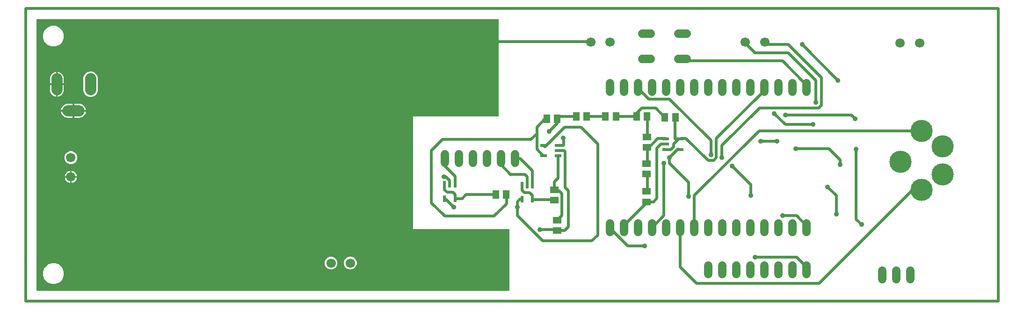
<source format=gbr>
G04 EAGLE Gerber RS-274X export*
G75*
%MOMM*%
%FSLAX34Y34*%
%LPD*%
%INBottom Copper*%
%IPPOS*%
%AMOC8*
5,1,8,0,0,1.08239X$1,22.5*%
G01*
%ADD10R,1.500000X1.300000*%
%ADD11R,1.300000X1.500000*%
%ADD12C,1.524000*%
%ADD13R,1.200000X0.550000*%
%ADD14C,2.000000*%
%ADD15R,0.550000X1.200000*%
%ADD16C,4.016000*%
%ADD17C,1.500000*%
%ADD18C,1.700000*%
%ADD19C,0.500000*%
%ADD20C,0.900000*%

G36*
X855020Y-758D02*
X855020Y-758D01*
X855039Y-760D01*
X855141Y-738D01*
X855243Y-722D01*
X855260Y-712D01*
X855280Y-708D01*
X855369Y-655D01*
X855460Y-606D01*
X855474Y-592D01*
X855491Y-582D01*
X855558Y-503D01*
X855630Y-428D01*
X855638Y-410D01*
X855651Y-395D01*
X855690Y-299D01*
X855733Y-205D01*
X855735Y-185D01*
X855743Y-167D01*
X855761Y0D01*
X855761Y110000D01*
X855758Y110020D01*
X855760Y110039D01*
X855738Y110141D01*
X855722Y110243D01*
X855712Y110260D01*
X855708Y110280D01*
X855655Y110369D01*
X855606Y110460D01*
X855592Y110474D01*
X855582Y110491D01*
X855503Y110558D01*
X855428Y110630D01*
X855410Y110638D01*
X855395Y110651D01*
X855299Y110690D01*
X855205Y110733D01*
X855185Y110735D01*
X855167Y110743D01*
X855000Y110761D01*
X680761Y110761D01*
X680761Y314239D01*
X835000Y314239D01*
X835020Y314242D01*
X835039Y314240D01*
X835141Y314262D01*
X835243Y314279D01*
X835260Y314288D01*
X835280Y314292D01*
X835369Y314345D01*
X835460Y314394D01*
X835474Y314408D01*
X835491Y314418D01*
X835558Y314497D01*
X835630Y314572D01*
X835638Y314590D01*
X835651Y314605D01*
X835690Y314701D01*
X835733Y314795D01*
X835735Y314815D01*
X835743Y314833D01*
X835761Y315000D01*
X835761Y490000D01*
X835758Y490020D01*
X835760Y490039D01*
X835738Y490141D01*
X835722Y490243D01*
X835712Y490260D01*
X835708Y490280D01*
X835655Y490369D01*
X835606Y490460D01*
X835592Y490474D01*
X835582Y490491D01*
X835503Y490558D01*
X835428Y490630D01*
X835410Y490638D01*
X835395Y490651D01*
X835299Y490690D01*
X835205Y490733D01*
X835185Y490735D01*
X835167Y490743D01*
X835000Y490761D01*
X0Y490761D01*
X-20Y490758D01*
X-39Y490760D01*
X-141Y490738D01*
X-243Y490722D01*
X-260Y490712D01*
X-280Y490708D01*
X-369Y490655D01*
X-460Y490606D01*
X-474Y490592D01*
X-491Y490582D01*
X-558Y490503D01*
X-630Y490428D01*
X-638Y490410D01*
X-651Y490395D01*
X-690Y490299D01*
X-733Y490205D01*
X-735Y490185D01*
X-743Y490167D01*
X-761Y490000D01*
X-761Y0D01*
X-758Y-20D01*
X-760Y-39D01*
X-738Y-141D01*
X-722Y-243D01*
X-712Y-260D01*
X-708Y-280D01*
X-655Y-369D01*
X-606Y-460D01*
X-592Y-474D01*
X-582Y-491D01*
X-503Y-558D01*
X-428Y-630D01*
X-410Y-638D01*
X-395Y-651D01*
X-299Y-690D01*
X-205Y-733D01*
X-185Y-735D01*
X-167Y-743D01*
X0Y-761D01*
X855000Y-761D01*
X855020Y-758D01*
G37*
%LPC*%
G36*
X26266Y441229D02*
X26266Y441229D01*
X19367Y444087D01*
X14087Y449367D01*
X11229Y456266D01*
X11229Y463734D01*
X14087Y470633D01*
X19367Y475913D01*
X26266Y478771D01*
X33734Y478771D01*
X40633Y475913D01*
X45913Y470633D01*
X48771Y463734D01*
X48771Y456266D01*
X45913Y449367D01*
X40633Y444087D01*
X33734Y441229D01*
X26266Y441229D01*
G37*
%LPD*%
%LPC*%
G36*
X26266Y11229D02*
X26266Y11229D01*
X19367Y14087D01*
X14087Y19367D01*
X11229Y26266D01*
X11229Y33734D01*
X14087Y40633D01*
X19367Y45913D01*
X26266Y48771D01*
X33734Y48771D01*
X40633Y45913D01*
X45913Y40633D01*
X48771Y33734D01*
X48771Y26266D01*
X45913Y19367D01*
X40633Y14087D01*
X33734Y11229D01*
X26266Y11229D01*
G37*
%LPD*%
%LPC*%
G36*
X94714Y349899D02*
X94714Y349899D01*
X89936Y351879D01*
X86279Y355536D01*
X84299Y360314D01*
X84299Y385486D01*
X86279Y390264D01*
X89936Y393921D01*
X94714Y395901D01*
X99886Y395901D01*
X104664Y393921D01*
X108321Y390264D01*
X110301Y385486D01*
X110301Y360314D01*
X108321Y355536D01*
X104664Y351879D01*
X99886Y349899D01*
X94714Y349899D01*
G37*
%LPD*%
%LPC*%
G36*
X59314Y228577D02*
X59314Y228577D01*
X55087Y230328D01*
X51852Y233563D01*
X50101Y237790D01*
X50101Y242366D01*
X51852Y246593D01*
X55087Y249828D01*
X59314Y251579D01*
X63890Y251579D01*
X68117Y249828D01*
X71352Y246593D01*
X73103Y242366D01*
X73103Y237790D01*
X71352Y233563D01*
X68117Y230328D01*
X63890Y228577D01*
X59314Y228577D01*
G37*
%LPD*%
%LPC*%
G36*
X565212Y37499D02*
X565212Y37499D01*
X560985Y39250D01*
X557750Y42485D01*
X555999Y46712D01*
X555999Y51288D01*
X557750Y55515D01*
X560985Y58750D01*
X565212Y60501D01*
X569788Y60501D01*
X574015Y58750D01*
X577250Y55515D01*
X579001Y51288D01*
X579001Y46712D01*
X577250Y42485D01*
X574015Y39250D01*
X569788Y37499D01*
X565212Y37499D01*
G37*
%LPD*%
%LPC*%
G36*
X530212Y37499D02*
X530212Y37499D01*
X525985Y39250D01*
X522750Y42485D01*
X520999Y46712D01*
X520999Y51288D01*
X522750Y55515D01*
X525985Y58750D01*
X530212Y60501D01*
X534788Y60501D01*
X539015Y58750D01*
X542250Y55515D01*
X544001Y51288D01*
X544001Y46712D01*
X542250Y42485D01*
X539015Y39250D01*
X534788Y37499D01*
X530212Y37499D01*
G37*
%LPD*%
%LPC*%
G36*
X37823Y374423D02*
X37823Y374423D01*
X37823Y395356D01*
X39237Y395132D01*
X41114Y394522D01*
X42873Y393626D01*
X44470Y392466D01*
X45866Y391070D01*
X47026Y389473D01*
X47922Y387714D01*
X48532Y385837D01*
X48841Y383887D01*
X48841Y374423D01*
X37823Y374423D01*
G37*
%LPD*%
%LPC*%
G36*
X67823Y326423D02*
X67823Y326423D01*
X67823Y337441D01*
X77287Y337441D01*
X79237Y337132D01*
X81114Y336522D01*
X82873Y335626D01*
X84470Y334466D01*
X85866Y333070D01*
X87026Y331473D01*
X87922Y329714D01*
X88532Y327837D01*
X88756Y326423D01*
X67823Y326423D01*
G37*
%LPD*%
%LPC*%
G36*
X37823Y371377D02*
X37823Y371377D01*
X48841Y371377D01*
X48841Y361913D01*
X48532Y359963D01*
X47922Y358086D01*
X47026Y356327D01*
X45866Y354730D01*
X44470Y353334D01*
X42873Y352174D01*
X41114Y351278D01*
X39237Y350668D01*
X37823Y350444D01*
X37823Y371377D01*
G37*
%LPD*%
%LPC*%
G36*
X43844Y326423D02*
X43844Y326423D01*
X44068Y327837D01*
X44678Y329714D01*
X45574Y331473D01*
X46734Y333070D01*
X48130Y334466D01*
X49727Y335626D01*
X51486Y336522D01*
X53363Y337132D01*
X55313Y337441D01*
X64777Y337441D01*
X64777Y326423D01*
X43844Y326423D01*
G37*
%LPD*%
%LPC*%
G36*
X23759Y374423D02*
X23759Y374423D01*
X23759Y383887D01*
X24068Y385837D01*
X24678Y387714D01*
X25574Y389473D01*
X26734Y391070D01*
X28130Y392466D01*
X29727Y393626D01*
X31486Y394522D01*
X33363Y395132D01*
X34777Y395356D01*
X34777Y374423D01*
X23759Y374423D01*
G37*
%LPD*%
%LPC*%
G36*
X67823Y312359D02*
X67823Y312359D01*
X67823Y323377D01*
X88756Y323377D01*
X88532Y321963D01*
X87922Y320086D01*
X87026Y318327D01*
X85866Y316730D01*
X84470Y315334D01*
X82873Y314174D01*
X81114Y313278D01*
X79237Y312668D01*
X77287Y312359D01*
X67823Y312359D01*
G37*
%LPD*%
%LPC*%
G36*
X33363Y350668D02*
X33363Y350668D01*
X31486Y351278D01*
X29727Y352174D01*
X28130Y353334D01*
X26734Y354730D01*
X25574Y356327D01*
X24678Y358086D01*
X24068Y359963D01*
X23759Y361913D01*
X23759Y371377D01*
X34777Y371377D01*
X34777Y350444D01*
X33363Y350668D01*
G37*
%LPD*%
%LPC*%
G36*
X55313Y312359D02*
X55313Y312359D01*
X53363Y312668D01*
X51486Y313278D01*
X49727Y314174D01*
X48130Y315334D01*
X46734Y316730D01*
X45574Y318327D01*
X44678Y320086D01*
X44068Y321963D01*
X43844Y323377D01*
X64777Y323377D01*
X64777Y312359D01*
X55313Y312359D01*
G37*
%LPD*%
%LPC*%
G36*
X63125Y206601D02*
X63125Y206601D01*
X63125Y216015D01*
X64187Y215847D01*
X65840Y215310D01*
X67389Y214521D01*
X68795Y213499D01*
X70023Y212271D01*
X71045Y210865D01*
X71834Y209316D01*
X72371Y207663D01*
X72539Y206601D01*
X63125Y206601D01*
G37*
%LPD*%
%LPC*%
G36*
X50665Y206601D02*
X50665Y206601D01*
X50833Y207663D01*
X51370Y209316D01*
X52159Y210865D01*
X53181Y212271D01*
X54409Y213499D01*
X55815Y214521D01*
X57364Y215310D01*
X59017Y215847D01*
X60079Y216015D01*
X60079Y206601D01*
X50665Y206601D01*
G37*
%LPD*%
%LPC*%
G36*
X63125Y203555D02*
X63125Y203555D01*
X72539Y203555D01*
X72371Y202493D01*
X71834Y200840D01*
X71045Y199291D01*
X70023Y197885D01*
X68795Y196657D01*
X67389Y195635D01*
X65840Y194846D01*
X64187Y194309D01*
X63125Y194141D01*
X63125Y203555D01*
G37*
%LPD*%
%LPC*%
G36*
X59017Y194309D02*
X59017Y194309D01*
X57364Y194846D01*
X55815Y195635D01*
X54409Y196657D01*
X53181Y197885D01*
X52159Y199291D01*
X51370Y200840D01*
X50833Y202493D01*
X50665Y203555D01*
X60079Y203555D01*
X60079Y194141D01*
X59017Y194309D01*
G37*
%LPD*%
%LPC*%
G36*
X36299Y372899D02*
X36299Y372899D01*
X36299Y372901D01*
X36301Y372901D01*
X36301Y372899D01*
X36299Y372899D01*
G37*
%LPD*%
%LPC*%
G36*
X66299Y324899D02*
X66299Y324899D01*
X66299Y324901D01*
X66301Y324901D01*
X66301Y324899D01*
X66299Y324899D01*
G37*
%LPD*%
%LPC*%
G36*
X61601Y205077D02*
X61601Y205077D01*
X61601Y205079D01*
X61603Y205079D01*
X61603Y205077D01*
X61601Y205077D01*
G37*
%LPD*%
D10*
X1103200Y178950D03*
X1103200Y159950D03*
X1103200Y229100D03*
X1103200Y210100D03*
D11*
X1136900Y313200D03*
X1155900Y313200D03*
D12*
X738150Y246094D02*
X738150Y230854D01*
X763550Y230854D02*
X763550Y246094D01*
X788950Y246094D02*
X788950Y230854D01*
X814350Y230854D02*
X814350Y246094D01*
X839750Y246094D02*
X839750Y230854D01*
X865150Y230854D02*
X865150Y246094D01*
D13*
X1138390Y254940D03*
X1138390Y264440D03*
X1138390Y273940D03*
X1164390Y273940D03*
X1164390Y254940D03*
D14*
X97300Y362900D02*
X97300Y382900D01*
X36300Y382900D02*
X36300Y362900D01*
X56300Y324900D02*
X76300Y324900D01*
D11*
X1085600Y314300D03*
X1104600Y314300D03*
X1029100Y314300D03*
X1048100Y314300D03*
D10*
X1104300Y277400D03*
X1104300Y258400D03*
D11*
X976100Y314300D03*
X995100Y314300D03*
D15*
X877900Y190400D03*
X887400Y190400D03*
X896900Y190400D03*
X896900Y164400D03*
X877900Y164400D03*
X737900Y192000D03*
X747400Y192000D03*
X756900Y192000D03*
X756900Y166000D03*
X737900Y166000D03*
D13*
X943600Y262100D03*
X943600Y252600D03*
X943600Y243100D03*
X917600Y243100D03*
X917600Y262100D03*
D10*
X936800Y182100D03*
X936800Y163100D03*
D11*
X849670Y172860D03*
X830670Y172860D03*
D10*
X941600Y107900D03*
X941600Y126900D03*
D11*
X942100Y310800D03*
X923100Y310800D03*
D16*
X1563600Y232460D03*
X1601400Y182110D03*
X1601400Y288810D03*
X1639400Y210060D03*
X1639400Y260860D03*
D12*
X1393056Y44480D02*
X1393056Y29240D01*
X1367656Y29240D02*
X1367656Y44480D01*
X1342256Y44480D02*
X1342256Y29240D01*
X1316856Y29240D02*
X1316856Y44480D01*
X1291456Y44480D02*
X1291456Y29240D01*
X1266056Y29240D02*
X1266056Y44480D01*
X1240656Y44480D02*
X1240656Y29240D01*
X1215256Y29240D02*
X1215256Y44480D01*
D17*
X1037600Y105500D02*
X1037600Y120500D01*
X1063000Y120500D02*
X1063000Y105500D01*
X1088400Y105500D02*
X1088400Y120500D01*
X1113800Y120500D02*
X1113800Y105500D01*
X1139200Y105500D02*
X1139200Y120500D01*
X1164600Y120500D02*
X1164600Y105500D01*
X1190000Y105500D02*
X1190000Y120500D01*
X1215400Y120500D02*
X1215400Y105500D01*
X1240800Y105500D02*
X1240800Y120500D01*
X1266200Y120500D02*
X1266200Y105500D01*
X1291600Y105500D02*
X1291600Y120500D01*
X1317000Y120500D02*
X1317000Y105500D01*
X1342400Y105500D02*
X1342400Y120500D01*
X1367800Y120500D02*
X1367800Y105500D01*
X1393200Y105500D02*
X1393200Y120500D01*
X1037600Y359500D02*
X1037600Y374500D01*
X1063000Y374500D02*
X1063000Y359500D01*
X1088400Y359500D02*
X1088400Y374500D01*
X1113800Y374500D02*
X1113800Y359500D01*
X1139200Y359500D02*
X1139200Y374500D01*
X1164600Y374500D02*
X1164600Y359500D01*
X1190000Y359500D02*
X1190000Y374500D01*
X1215400Y374500D02*
X1215400Y359500D01*
X1240800Y359500D02*
X1240800Y374500D01*
X1266200Y374500D02*
X1266200Y359500D01*
X1291600Y359500D02*
X1291600Y374500D01*
X1317000Y374500D02*
X1317000Y359500D01*
X1342400Y359500D02*
X1342400Y374500D01*
X1367800Y374500D02*
X1367800Y359500D01*
X1393200Y359500D02*
X1393200Y374500D01*
D18*
X532500Y49000D03*
X567500Y49000D03*
X1282500Y449000D03*
X1317500Y449000D03*
D12*
X1110948Y464186D02*
X1095708Y464186D01*
X1095708Y418974D02*
X1110948Y418974D01*
X1160732Y464186D02*
X1175972Y464186D01*
X1175972Y418974D02*
X1160732Y418974D01*
D18*
X1002500Y449000D03*
X1037500Y449000D03*
X61602Y205078D03*
X61602Y240078D03*
X1562510Y447950D03*
X1597510Y447950D03*
D12*
X1529980Y35610D02*
X1529980Y20370D01*
X1555380Y20370D02*
X1555380Y35610D01*
X1580780Y35610D02*
X1580780Y20370D01*
D19*
X1155900Y313200D02*
X1154690Y311990D01*
X1154690Y273940D01*
X1164390Y273940D01*
X1138390Y254940D02*
X1135000Y255000D01*
X1165000Y275000D02*
X1175000Y275000D01*
X1215000Y235000D01*
X1225000Y235000D01*
X1230000Y240000D01*
X1230000Y275000D01*
X1320000Y365000D01*
X1165000Y275000D02*
X1164390Y273940D01*
X1317000Y367000D02*
X1320000Y365000D01*
X1147700Y254940D02*
X1138390Y254940D01*
X1152350Y259590D02*
X1152350Y264570D01*
X1161720Y273940D01*
X1164390Y273940D01*
X1152350Y259590D02*
X1147700Y254940D01*
X896900Y216636D02*
X896900Y190400D01*
X875062Y238474D02*
X865150Y238474D01*
X875062Y238474D02*
X896900Y216636D01*
X897032Y164238D02*
X935722Y164238D01*
X897032Y164268D02*
X896900Y164400D01*
X935722Y164238D02*
X936800Y163100D01*
X877900Y181026D02*
X877900Y190400D01*
X877900Y181026D02*
X882142Y176784D01*
X891794Y176784D01*
X897032Y171546D01*
X897032Y164268D01*
X897032Y164238D01*
X945000Y315000D02*
X975000Y315000D01*
X945000Y315000D02*
X942100Y310800D01*
X975000Y315000D02*
X976100Y314300D01*
X952726Y262100D02*
X943600Y262100D01*
X952726Y262100D02*
X954024Y263398D01*
X954024Y274828D01*
X952754Y276098D01*
D20*
X952754Y276098D03*
X927608Y287274D03*
D19*
X942100Y301766D01*
X942100Y310800D01*
X1000000Y315000D02*
X1025000Y315000D01*
X1000000Y315000D02*
X995100Y314300D01*
X1025000Y315000D02*
X1029100Y314300D01*
X1080000Y315000D02*
X1085000Y315000D01*
X1080000Y315000D02*
X1050000Y315000D01*
X1048100Y314300D01*
X1085000Y315000D02*
X1085600Y314300D01*
X1120000Y330000D02*
X1135000Y315000D01*
X1120000Y330000D02*
X1095000Y330000D01*
X1080000Y315000D01*
X1135000Y315000D02*
X1136900Y313200D01*
X1085600Y314300D02*
X1080000Y315000D01*
X1105000Y310000D02*
X1105000Y280000D01*
X1104300Y277400D01*
X1105000Y310000D02*
X1104600Y314300D01*
X1123984Y274492D02*
X1136625Y274492D01*
X1123984Y274492D02*
X1104913Y255421D01*
X1136625Y274492D02*
X1138390Y273940D01*
X1105000Y255000D02*
X1105000Y230000D01*
X1103200Y229100D01*
X1105000Y255000D02*
X1104913Y255421D01*
X1104300Y258400D01*
X1105000Y210000D02*
X1105000Y180000D01*
X1103200Y178950D01*
X1105000Y210000D02*
X1103200Y210100D01*
X738150Y225272D02*
X738150Y238474D01*
X756900Y206522D02*
X756900Y192000D01*
X756900Y206522D02*
X738150Y225272D01*
D20*
X275000Y260000D03*
X275000Y270000D03*
X265000Y270000D03*
X255000Y270000D03*
X255000Y260000D03*
X265000Y260000D03*
X255000Y280000D03*
X265000Y280000D03*
X275000Y280000D03*
X440000Y280000D03*
X440000Y290000D03*
X430000Y290000D03*
X420000Y290000D03*
X420000Y280000D03*
X430000Y280000D03*
X420000Y300000D03*
X430000Y300000D03*
X440000Y300000D03*
X295000Y45000D03*
X295000Y55000D03*
X285000Y55000D03*
X275000Y55000D03*
X275000Y45000D03*
X285000Y45000D03*
X275000Y65000D03*
X285000Y65000D03*
X295000Y65000D03*
X630000Y260000D03*
X630000Y270000D03*
X620000Y270000D03*
X610000Y270000D03*
X610000Y260000D03*
X620000Y260000D03*
X610000Y280000D03*
X620000Y280000D03*
X630000Y280000D03*
X485000Y45000D03*
X485000Y55000D03*
X475000Y55000D03*
X465000Y55000D03*
X465000Y45000D03*
X475000Y45000D03*
X465000Y65000D03*
X475000Y65000D03*
X485000Y65000D03*
D19*
X1060000Y115000D02*
X1100000Y155000D01*
X1103200Y159950D01*
X1063000Y113000D02*
X1060000Y115000D01*
X945000Y110000D02*
X941600Y107900D01*
X940000Y110000D02*
X910000Y110000D01*
X940000Y110000D02*
X941600Y107900D01*
X1000000Y450000D02*
X835000Y450000D01*
X1000000Y450000D02*
X1002500Y449000D01*
D20*
X910000Y110000D03*
D19*
X747400Y192000D02*
X747400Y199004D01*
X740664Y205740D02*
X737108Y205740D01*
D20*
X737108Y205740D03*
D19*
X740664Y205740D02*
X747400Y199004D01*
X1129310Y264440D02*
X1138390Y264440D01*
X1115808Y159950D02*
X1103200Y159950D01*
X1121918Y257048D02*
X1129310Y264440D01*
X1121918Y257048D02*
X1121918Y166060D01*
X1115808Y159950D01*
X1103200Y159950D02*
X1101492Y158242D01*
X887400Y190400D02*
X887400Y205054D01*
X883158Y209296D01*
X859028Y209296D01*
X858266Y208534D01*
X839750Y227050D01*
X839750Y238474D01*
D20*
X1453642Y227330D03*
D19*
X1453642Y235966D01*
X1433322Y256286D01*
X1373378Y256286D01*
D20*
X1373378Y256286D03*
D19*
X954154Y252600D02*
X943600Y252600D01*
X954154Y252600D02*
X955802Y250952D01*
X955802Y185880D01*
X962032Y179650D01*
X962032Y114900D01*
X955032Y107900D01*
X941600Y107900D01*
X1300000Y60000D02*
X1375000Y60000D01*
X1395000Y40000D01*
X1393056Y36860D01*
X1100000Y80000D02*
X1070000Y80000D01*
X1040000Y110000D01*
X1037600Y113000D01*
D20*
X1300000Y60000D03*
X1100000Y80000D03*
D19*
X1015000Y264760D02*
X984760Y295000D01*
X955000Y295000D01*
X920000Y260000D01*
X917600Y262100D01*
X755000Y150000D02*
X740000Y165000D01*
X874400Y164400D02*
X877900Y164400D01*
X874400Y164400D02*
X870000Y160000D01*
X870000Y150000D01*
X740000Y165000D02*
X737900Y166000D01*
X1145000Y240000D02*
X1160000Y255000D01*
X1164390Y254940D01*
X1180000Y195000D02*
X1180000Y170000D01*
X1180000Y195000D02*
X1145000Y230000D01*
X1145000Y240000D01*
X1015000Y264760D02*
X1015000Y100000D01*
X1004100Y89100D01*
X915900Y89100D01*
X870000Y135000D01*
X870000Y150000D01*
D20*
X755000Y150000D03*
X870000Y150000D03*
X1145000Y240000D03*
X1180000Y170000D03*
X1446980Y137610D03*
D19*
X1446980Y171640D01*
X1431490Y187130D01*
D20*
X1431490Y187130D03*
D19*
X769854Y166000D02*
X756900Y166000D01*
X737900Y182088D02*
X737900Y192000D01*
X742488Y177500D02*
X742928Y177500D01*
X743136Y177292D01*
X753110Y177292D01*
X756900Y173502D01*
X756900Y166000D01*
X742488Y177500D02*
X737900Y182088D01*
X827570Y170460D02*
X830670Y172860D01*
X827570Y175460D01*
X830670Y172860D02*
X776714Y172860D01*
X769854Y166000D01*
X940000Y180000D02*
X945000Y180000D01*
X950000Y175000D01*
X950000Y135000D01*
X945000Y130000D01*
X940000Y180000D02*
X936800Y182100D01*
X945000Y130000D02*
X941600Y126900D01*
X943600Y202682D02*
X943600Y243100D01*
X936800Y195882D02*
X936800Y182100D01*
X936800Y195882D02*
X943600Y202682D01*
X915000Y245000D02*
X905000Y255000D01*
X905000Y283210D02*
X905000Y295000D01*
X905000Y283210D02*
X905000Y255000D01*
X905000Y295000D02*
X920000Y310000D01*
X915000Y245000D02*
X917600Y243100D01*
X920000Y310000D02*
X923100Y310800D01*
X850000Y172483D02*
X850000Y156364D01*
X827540Y133904D01*
X738142Y133904D01*
X714078Y157968D01*
X714078Y252968D01*
X733906Y272796D01*
X849670Y172860D02*
X850000Y172483D01*
X894586Y272796D02*
X733906Y272796D01*
X894586Y272796D02*
X905000Y283210D01*
X1355000Y300000D02*
X1405000Y300000D01*
X1355000Y300000D02*
X1335000Y320000D01*
D20*
X1405000Y300000D03*
X1335000Y320000D03*
D19*
X1585050Y182110D02*
X1601400Y182110D01*
X1585050Y182110D02*
X1415640Y12700D01*
X1194054Y12700D01*
X1164600Y42154D01*
X1164600Y113000D01*
X1307350Y288810D02*
X1601400Y288810D01*
X1190000Y171460D02*
X1190000Y113000D01*
X1190000Y171460D02*
X1307350Y288810D01*
X1350000Y135000D02*
X1375000Y135000D01*
X1395000Y115000D01*
X1393200Y113000D01*
D20*
X1350000Y135000D03*
D19*
X1292500Y171250D02*
X1292500Y191250D01*
X1258750Y225000D01*
X1220000Y245000D02*
X1220000Y271250D01*
X1145000Y346250D01*
X1107500Y346250D01*
X1087500Y366250D01*
X1088400Y367000D01*
D20*
X1292500Y171250D03*
X1258750Y225000D03*
X1220000Y245000D03*
D19*
X1240000Y261844D02*
X1308156Y330000D01*
X1240000Y261844D02*
X1240000Y240000D01*
X1308156Y330000D02*
X1415000Y330000D01*
X1420000Y335000D01*
X1420000Y385000D01*
X1360000Y445000D01*
X1320000Y445000D01*
X1317500Y449000D01*
D20*
X1240000Y240000D03*
D19*
X1310000Y270000D02*
X1340000Y270000D01*
X1410000Y340000D02*
X1410000Y380000D01*
X1360000Y430000D01*
X1300000Y430000D01*
X1285000Y445000D01*
X1282500Y449000D01*
D20*
X1310000Y270000D03*
X1340000Y270000D03*
X1410000Y340000D03*
D19*
X1390000Y370000D02*
X1390000Y375000D01*
X1350000Y415000D01*
X1172482Y415000D01*
X1168352Y418974D01*
X1392500Y367500D02*
X1393200Y367000D01*
X1392500Y367500D02*
X1390000Y370000D01*
X1740000Y510000D02*
X-20000Y510000D01*
X1740000Y510000D02*
X1740000Y-20000D01*
X-20000Y-20000D01*
X-20000Y510000D01*
X1135000Y230000D02*
X1135000Y135000D01*
X1115000Y115000D01*
X1113800Y113000D01*
D20*
X1135000Y230000D03*
D19*
X1385000Y445000D02*
X1450000Y380000D01*
D20*
X1385000Y445000D03*
X1450000Y380000D03*
X1354910Y317020D03*
D19*
X1473930Y317020D01*
X1480960Y309990D01*
D20*
X1480960Y309990D03*
X1482850Y255170D03*
D19*
X1482850Y128520D01*
X1492670Y118700D01*
D20*
X1492670Y118700D03*
M02*

</source>
